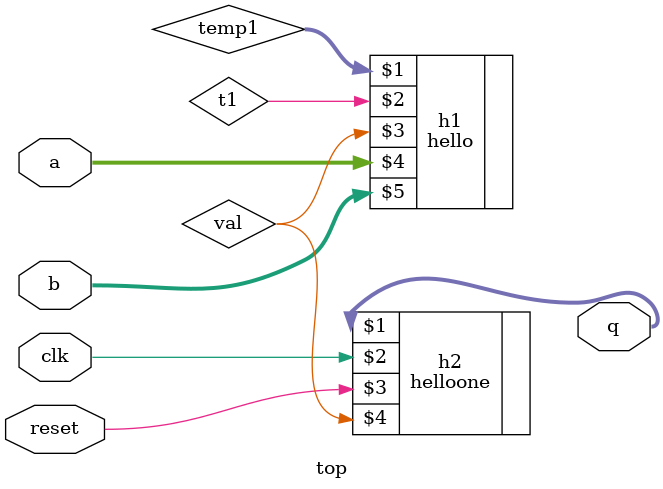
<source format=v>
module top(q,a,b,clk,reset);
    input [3:0]a,b;
    input clk,reset;
    output [1:0] q;
    
    wire [3:0] temp1;
    wire t1;
    wire val;

    hello h1(temp1,t1,val,a,b);
    helloone h2(q,clk,reset,val);

endmodule
</source>
